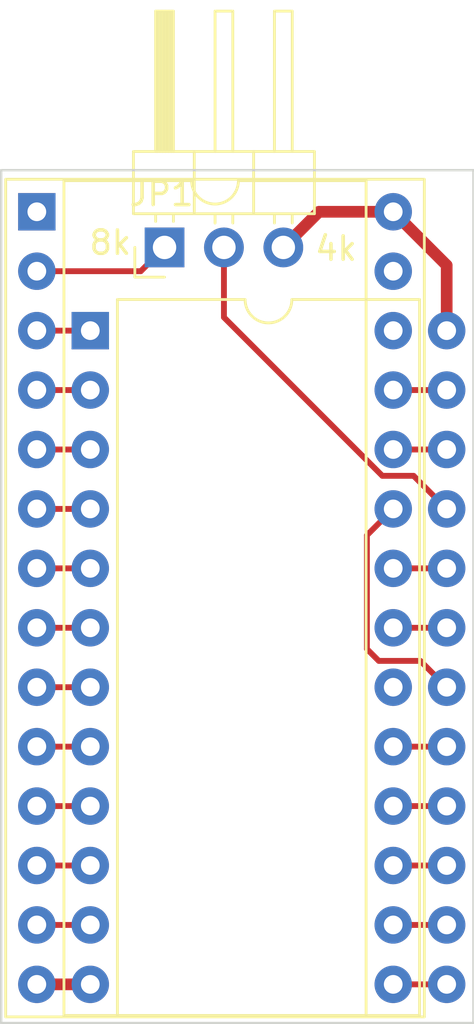
<source format=kicad_pcb>
(kicad_pcb (version 20221018) (generator pcbnew)
  (layers (0 "F.Cu" signal) (31 "B.Cu" signal) (34 "B.Paste" user) (35 "F.Paste" user) (36 "B.SilkS" user "B.Silkscreen") (37 "F.SilkS" user "F.Silkscreen") (38 "B.Mask" user) (39 "F.Mask" user) (44 "Edge.Cuts" user))
  (net 0 "")
  (net 1 "A7")
  (net 2 "A6")
  (net 3 "A5")
  (net 4 "A4")
  (net 5 "A3")
  (net 6 "A2")
  (net 7 "A1")
  (net 8 "A0")
  (net 9 "D0")
  (net 10 "D1")
  (net 11 "D2")
  (net 12 "GND")
  (net 13 "D3")
  (net 14 "D4")
  (net 15 "D5")
  (net 16 "D6")
  (net 17 "D7")
  (net 18 "A11")
  (net 19 "A10")
  (net 20 "~{OE}")
  (net 21 "A12")
  (net 22 "A9")
  (net 23 "A8")
  (net 24 "+5V")
  (net 29 "RA12")
  (footprint "Connector_PinHeader_2.54mm:PinHeader_1x03_P2.54mm_Horizontal" (layer "F.Cu") (at 119.38 59.563 90)
    (fp_text reference "JP1" (at 2.286 -0.127) (layer "F.SilkS"))
    (fp_text value "2364/2332" hide)
    (fp_line (start -1.27 -1.27) (end 0 -1.27) (stroke (width 0.12)) (layer "F.SilkS"))
    (fp_line (start -1.27 0) (end -1.27 -1.27) (stroke (width 0.12)) (layer "F.SilkS"))
    (fp_line (start 1.042929 2.16) (end 1.44 2.16) (stroke (width 0.12)) (layer "F.SilkS"))
    (fp_line (start 1.042929 2.92) (end 1.44 2.92) (stroke (width 0.12)) (layer "F.SilkS"))
    (fp_line (start 1.042929 4.7) (end 1.44 4.7) (stroke (width 0.12)) (layer "F.SilkS"))
    (fp_line (start 1.042929 5.46) (end 1.44 5.46) (stroke (width 0.12)) (layer "F.SilkS"))
    (fp_line (start 1.11 -0.38) (end 1.44 -0.38) (stroke (width 0.12)) (layer "F.SilkS"))
    (fp_line (start 1.11 0.38) (end 1.44 0.38) (stroke (width 0.12)) (layer "F.SilkS"))
    (fp_line (start 1.44 -1.33) (end 1.44 6.41) (stroke (width 0.12)) (layer "F.SilkS"))
    (fp_line (start 1.44 1.27) (end 4.1 1.27) (stroke (width 0.12)) (layer "F.SilkS"))
    (fp_line (start 1.44 3.81) (end 4.1 3.81) (stroke (width 0.12)) (layer "F.SilkS"))
    (fp_line (start 1.44 6.41) (end 4.1 6.41) (stroke (width 0.12)) (layer "F.SilkS"))
    (fp_line (start 4.1 -1.33) (end 1.44 -1.33) (stroke (width 0.12)) (layer "F.SilkS"))
    (fp_line (start 4.1 -0.38) (end 10.1 -0.38) (stroke (width 0.12)) (layer "F.SilkS"))
    (fp_line (start 4.1 -0.32) (end 10.1 -0.32) (stroke (width 0.12)) (layer "F.SilkS"))
    (fp_line (start 4.1 -0.2) (end 10.1 -0.2) (stroke (width 0.12)) (layer "F.SilkS"))
    (fp_line (start 4.1 -0.08) (end 10.1 -0.08) (stroke (width 0.12)) (layer "F.SilkS"))
    (fp_line (start 4.1 0.04) (end 10.1 0.04) (stroke (width 0.12)) (layer "F.SilkS"))
    (fp_line (start 4.1 0.16) (end 10.1 0.16) (stroke (width 0.12)) (layer "F.SilkS"))
    (fp_line (start 4.1 0.28) (end 10.1 0.28) (stroke (width 0.12)) (layer "F.SilkS"))
    (fp_line (start 4.1 2.16) (end 10.1 2.16) (stroke (width 0.12)) (layer "F.SilkS"))
    (fp_line (start 4.1 4.7) (end 10.1 4.7) (stroke (width 0.12)) (layer "F.SilkS"))
    (fp_line (start 4.1 6.41) (end 4.1 -1.33) (stroke (width 0.12)) (layer "F.SilkS"))
    (fp_line (start 10.1 -0.38) (end 10.1 0.38) (stroke (width 0.12)) (layer "F.SilkS"))
    (fp_line (start 10.1 0.38) (end 4.1 0.38) (stroke (width 0.12)) (layer "F.SilkS"))
    (fp_line (start 10.1 2.16) (end 10.1 2.92) (stroke (width 0.12)) (layer "F.SilkS"))
    (fp_line (start 10.1 2.92) (end 4.1 2.92) (stroke (width 0.12)) (layer "F.SilkS"))
    (fp_line (start 10.1 4.7) (end 10.1 5.46) (stroke (width 0.12)) (layer "F.SilkS"))
    (fp_line (start 10.1 5.46) (end 4.1 5.46) (stroke (width 0.12)) (layer "F.SilkS"))
    (pad "1" thru_hole rect (at 0 0 90) (size 1.7 1.7) (drill 1) (layers "*.Cu" "*.Mask") (net 21 "A12"))
    (pad "2" thru_hole oval (at 0 2.54 90) (size 1.7 1.7) (drill 1) (layers "*.Cu" "*.Mask") (net 29 "RA12"))
    (pad "3" thru_hole oval (at 0 5.08 90) (size 1.7 1.7) (drill 1) (layers "*.Cu" "*.Mask") (net 24 "+5V"))
  )
  (footprint "Package_DIP:DIP-28_W15.24mm_Socket" (layer "F.Cu") (at 113.919 58.039)
    (fp_text reference "U2" hide)
    (fp_text value "27C64" hide)
    (fp_line (start -1.33 -1.39) (end -1.33 34.41) (stroke (width 0.12)) (layer "F.SilkS"))
    (fp_line (start -1.33 34.41) (end 16.57 34.41) (stroke (width 0.12)) (layer "F.SilkS"))
    (fp_line (start 1.16 -1.33) (end 1.16 34.35) (stroke (width 0.12)) (layer "F.SilkS"))
    (fp_line (start 1.16 34.35) (end 14.08 34.35) (stroke (width 0.12)) (layer "F.SilkS"))
    (fp_line (start 6.62 -1.33) (end 1.16 -1.33) (stroke (width 0.12)) (layer "F.SilkS"))
    (fp_line (start 14.08 -1.33) (end 8.62 -1.33) (stroke (width 0.12)) (layer "F.SilkS"))
    (fp_line (start 14.08 34.35) (end 14.08 -1.33) (stroke (width 0.12)) (layer "F.SilkS"))
    (fp_line (start 16.57 -1.39) (end -1.33 -1.39) (stroke (width 0.12)) (layer "F.SilkS"))
    (fp_line (start 16.57 34.41) (end 16.57 -1.39) (stroke (width 0.12)) (layer "F.SilkS"))
    (fp_arc (start 8.62 -1.33) (mid 7.62 -0.33) (end 6.62 -1.33) (stroke (width 0.12)) (layer "F.SilkS"))
    (pad "1" thru_hole rect (at 0 0) (size 1.6 1.6) (drill 0.8) (layers "*.Cu" "*.Mask"))
    (pad "2" thru_hole oval (at 0 2.54) (size 1.6 1.6) (drill 0.8) (layers "*.Cu" "*.Mask") (net 21 "A12"))
    (pad "3" thru_hole oval (at 0 5.08) (size 1.6 1.6) (drill 0.8) (layers "*.Cu" "*.Mask") (net 1 "A7"))
    (pad "4" thru_hole oval (at 0 7.62) (size 1.6 1.6) (drill 0.8) (layers "*.Cu" "*.Mask") (net 2 "A6"))
    (pad "5" thru_hole oval (at 0 10.16) (size 1.6 1.6) (drill 0.8) (layers "*.Cu" "*.Mask") (net 3 "A5"))
    (pad "6" thru_hole oval (at 0 12.7) (size 1.6 1.6) (drill 0.8) (layers "*.Cu" "*.Mask") (net 4 "A4"))
    (pad "7" thru_hole oval (at 0 15.24) (size 1.6 1.6) (drill 0.8) (layers "*.Cu" "*.Mask") (net 5 "A3"))
    (pad "8" thru_hole oval (at 0 17.78) (size 1.6 1.6) (drill 0.8) (layers "*.Cu" "*.Mask") (net 6 "A2"))
    (pad "9" thru_hole oval (at 0 20.32) (size 1.6 1.6) (drill 0.8) (layers "*.Cu" "*.Mask") (net 7 "A1"))
    (pad "10" thru_hole oval (at 0 22.86) (size 1.6 1.6) (drill 0.8) (layers "*.Cu" "*.Mask") (net 8 "A0"))
    (pad "11" thru_hole oval (at 0 25.4) (size 1.6 1.6) (drill 0.8) (layers "*.Cu" "*.Mask") (net 9 "D0"))
    (pad "12" thru_hole oval (at 0 27.94) (size 1.6 1.6) (drill 0.8) (layers "*.Cu" "*.Mask") (net 10 "D1"))
    (pad "13" thru_hole oval (at 0 30.48) (size 1.6 1.6) (drill 0.8) (layers "*.Cu" "*.Mask") (net 11 "D2"))
    (pad "14" thru_hole oval (at 0 33.02) (size 1.6 1.6) (drill 0.8) (layers "*.Cu" "*.Mask") (net 12 "GND"))
    (pad "15" thru_hole oval (at 15.24 33.02) (size 1.6 1.6) (drill 0.8) (layers "*.Cu" "*.Mask") (net 13 "D3"))
    (pad "16" thru_hole oval (at 15.24 30.48) (size 1.6 1.6) (drill 0.8) (layers "*.Cu" "*.Mask") (net 14 "D4"))
    (pad "17" thru_hole oval (at 15.24 27.94) (size 1.6 1.6) (drill 0.8) (layers "*.Cu" "*.Mask") (net 15 "D5"))
    (pad "18" thru_hole oval (at 15.24 25.4) (size 1.6 1.6) (drill 0.8) (layers "*.Cu" "*.Mask") (net 16 "D6"))
    (pad "19" thru_hole oval (at 15.24 22.86) (size 1.6 1.6) (drill 0.8) (layers "*.Cu" "*.Mask") (net 17 "D7"))
    (pad "20" thru_hole oval (at 15.24 20.32) (size 1.6 1.6) (drill 0.8) (layers "*.Cu" "*.Mask"))
    (pad "21" thru_hole oval (at 15.24 17.78) (size 1.6 1.6) (drill 0.8) (layers "*.Cu" "*.Mask") (net 19 "A10"))
    (pad "22" thru_hole oval (at 15.24 15.24) (size 1.6 1.6) (drill 0.8) (layers "*.Cu" "*.Mask") (net 20 "~{OE}"))
    (pad "23" thru_hole oval (at 15.24 12.7) (size 1.6 1.6) (drill 0.8) (layers "*.Cu" "*.Mask") (net 18 "A11"))
    (pad "24" thru_hole oval (at 15.24 10.16) (size 1.6 1.6) (drill 0.8) (layers "*.Cu" "*.Mask") (net 22 "A9"))
    (pad "25" thru_hole oval (at 15.24 7.62) (size 1.6 1.6) (drill 0.8) (layers "*.Cu" "*.Mask") (net 23 "A8"))
    (pad "26" thru_hole oval (at 15.24 5.08) (size 1.6 1.6) (drill 0.8) (layers "*.Cu" "*.Mask"))
    (pad "27" thru_hole oval (at 15.24 2.54) (size 1.6 1.6) (drill 0.8) (layers "*.Cu" "*.Mask"))
    (pad "28" thru_hole oval (at 15.24 0) (size 1.6 1.6) (drill 0.8) (layers "*.Cu" "*.Mask") (net 24 "+5V"))
  )
  (footprint "Package_DIP:DIP-24_W15.24mm" (layer "F.Cu") (at 116.205 63.119)
    (fp_text reference "U1" hide)
    (fp_text value "2364" hide)
    (fp_line (start 1.16 -1.33) (end 1.16 29.27) (stroke (width 0.12)) (layer "F.SilkS"))
    (fp_line (start 1.16 29.27) (end 14.08 29.27) (stroke (width 0.12)) (layer "F.SilkS"))
    (fp_line (start 6.62 -1.33) (end 1.16 -1.33) (stroke (width 0.12)) (layer "F.SilkS"))
    (fp_line (start 14.08 -1.33) (end 8.62 -1.33) (stroke (width 0.12)) (layer "F.SilkS"))
    (fp_line (start 14.08 29.27) (end 14.08 -1.33) (stroke (width 0.12)) (layer "F.SilkS"))
    (fp_arc (start 8.62 -1.33) (mid 7.62 -0.33) (end 6.62 -1.33) (stroke (width 0.12)) (layer "F.SilkS"))
    (pad "1" thru_hole rect (at 0 0) (size 1.6 1.6) (drill 0.8) (layers "*.Cu" "*.Mask") (net 1 "A7"))
    (pad "2" thru_hole oval (at 0 2.54) (size 1.6 1.6) (drill 0.8) (layers "*.Cu" "*.Mask") (net 2 "A6"))
    (pad "3" thru_hole oval (at 0 5.08) (size 1.6 1.6) (drill 0.8) (layers "*.Cu" "*.Mask") (net 3 "A5"))
    (pad "4" thru_hole oval (at 0 7.62) (size 1.6 1.6) (drill 0.8) (layers "*.Cu" "*.Mask") (net 4 "A4"))
    (pad "5" thru_hole oval (at 0 10.16) (size 1.6 1.6) (drill 0.8) (layers "*.Cu" "*.Mask") (net 5 "A3"))
    (pad "6" thru_hole oval (at 0 12.7) (size 1.6 1.6) (drill 0.8) (layers "*.Cu" "*.Mask") (net 6 "A2"))
    (pad "7" thru_hole oval (at 0 15.24) (size 1.6 1.6) (drill 0.8) (layers "*.Cu" "*.Mask") (net 7 "A1"))
    (pad "8" thru_hole oval (at 0 17.78) (size 1.6 1.6) (drill 0.8) (layers "*.Cu" "*.Mask") (net 8 "A0"))
    (pad "9" thru_hole oval (at 0 20.32) (size 1.6 1.6) (drill 0.8) (layers "*.Cu" "*.Mask") (net 9 "D0"))
    (pad "10" thru_hole oval (at 0 22.86) (size 1.6 1.6) (drill 0.8) (layers "*.Cu" "*.Mask") (net 10 "D1"))
    (pad "11" thru_hole oval (at 0 25.4) (size 1.6 1.6) (drill 0.8) (layers "*.Cu" "*.Mask") (net 11 "D2"))
    (pad "12" thru_hole oval (at 0 27.94) (size 1.6 1.6) (drill 0.8) (layers "*.Cu" "*.Mask") (net 12 "GND"))
    (pad "13" thru_hole oval (at 15.24 27.94) (size 1.6 1.6) (drill 0.8) (layers "*.Cu" "*.Mask") (net 13 "D3"))
    (pad "14" thru_hole oval (at 15.24 25.4) (size 1.6 1.6) (drill 0.8) (layers "*.Cu" "*.Mask") (net 14 "D4"))
    (pad "15" thru_hole oval (at 15.24 22.86) (size 1.6 1.6) (drill 0.8) (layers "*.Cu" "*.Mask") (net 15 "D5"))
    (pad "16" thru_hole oval (at 15.24 20.32) (size 1.6 1.6) (drill 0.8) (layers "*.Cu" "*.Mask") (net 16 "D6"))
    (pad "17" thru_hole oval (at 15.24 17.78) (size 1.6 1.6) (drill 0.8) (layers "*.Cu" "*.Mask") (net 17 "D7"))
    (pad "18" thru_hole oval (at 15.24 15.24) (size 1.6 1.6) (drill 0.8) (layers "*.Cu" "*.Mask") (net 18 "A11"))
    (pad "19" thru_hole oval (at 15.24 12.7) (size 1.6 1.6) (drill 0.8) (layers "*.Cu" "*.Mask") (net 19 "A10"))
    (pad "20" thru_hole oval (at 15.24 10.16) (size 1.6 1.6) (drill 0.8) (layers "*.Cu" "*.Mask") (net 20 "~{OE}"))
    (pad "21" thru_hole oval (at 15.24 7.62) (size 1.6 1.6) (drill 0.8) (layers "*.Cu" "*.Mask") (net 29 "RA12"))
    (pad "22" thru_hole oval (at 15.24 5.08) (size 1.6 1.6) (drill 0.8) (layers "*.Cu" "*.Mask") (net 22 "A9"))
    (pad "23" thru_hole oval (at 15.24 2.54) (size 1.6 1.6) (drill 0.8) (layers "*.Cu" "*.Mask") (net 23 "A8"))
    (pad "24" thru_hole oval (at 15.24 0) (size 1.6 1.6) (drill 0.8) (layers "*.Cu" "*.Mask") (net 24 "+5V"))
  )
  (gr_line (start 132.588 56.261) (end 132.588 92.71) (stroke (width 0.1)) (layer "Edge.Cuts"))
  (gr_line (start 132.588 92.71) (end 112.395 92.71) (stroke (width 0.1)) (layer "Edge.Cuts"))
  (gr_line (start 112.395 92.71) (end 112.395 56.261) (stroke (width 0.1)) (layer "Edge.Cuts"))
  (gr_line (start 112.395 56.261) (end 132.588 56.261) (stroke (width 0.1)) (layer "Edge.Cuts"))
  (gr_text "8k" (at 116.078 59.944) (layer "F.SilkS") (effects (font (size 1 1)) (justify left bottom)))
  (gr_text "4k" (at 125.73 60.198) (layer "F.SilkS") (effects (font (size 1 1)) (justify left bottom)))
  (segment (start 113.919 63.119) (end 116.205 63.119) (width 0.25) (layer "F.Cu") (net 1))
  (segment (start 113.919 65.659) (end 116.205 65.659) (width 0.25) (layer "F.Cu") (net 2))
  (segment (start 116.205 68.199) (end 113.919 68.199) (width 0.25) (layer "F.Cu") (net 3))
  (segment (start 113.919 70.739) (end 116.205 70.739) (width 0.25) (layer "F.Cu") (net 4))
  (segment (start 113.919 73.279) (end 116.205 73.279) (width 0.25) (layer "F.Cu") (net 5))
  (segment (start 113.919 75.819) (end 116.205 75.819) (width 0.25) (layer "F.Cu") (net 6))
  (segment (start 113.919 78.359) (end 116.205 78.359) (width 0.25) (layer "F.Cu") (net 7))
  (segment (start 113.919 80.899) (end 116.205 80.899) (width 0.25) (layer "F.Cu") (net 8))
  (segment (start 116.205 83.439) (end 113.919 83.439) (width 0.25) (layer "F.Cu") (net 9))
  (segment (start 116.205 85.979) (end 113.919 85.979) (width 0.25) (layer "F.Cu") (net 10))
  (segment (start 113.919 88.519) (end 116.205 88.519) (width 0.25) (layer "F.Cu") (net 11))
  (segment (start 113.919 91.059) (end 116.205 91.059) (width 0.5) (layer "F.Cu") (net 12))
  (segment (start 129.159 91.059) (end 131.445 91.059) (width 0.25) (layer "F.Cu") (net 13))
  (segment (start 131.445 88.519) (end 129.159 88.519) (width 0.25) (layer "F.Cu") (net 14))
  (segment (start 129.159 85.979) (end 131.445 85.979) (width 0.25) (layer "F.Cu") (net 15))
  (segment (start 131.445 83.439) (end 129.159 83.439) (width 0.25) (layer "F.Cu") (net 16))
  (segment (start 129.159 80.899) (end 131.445 80.899) (width 0.25) (layer "F.Cu") (net 17))
  (segment (start 130.32 77.234) (end 131.445 78.359) (width 0.25) (layer "F.Cu") (net 18))
  (segment (start 129.159 70.739) (end 128.034 71.864) (width 0.25) (layer "F.Cu") (net 18))
  (segment (start 128.542 77.234) (end 130.32 77.234) (width 0.25) (layer "F.Cu") (net 18))
  (segment (start 128.034 71.864) (end 128.034 76.726) (width 0.25) (layer "F.Cu") (net 18))
  (segment (start 128.034 76.726) (end 128.542 77.234) (width 0.25) (layer "F.Cu") (net 18))
  (segment (start 129.159 75.819) (end 131.445 75.819) (width 0.25) (layer "F.Cu") (net 19))
  (segment (start 129.159 73.279) (end 131.445 73.279) (width 0.25) (layer "F.Cu") (net 20))
  (segment (start 118.364 60.579) (end 119.38 59.563) (width 0.25) (layer "F.Cu") (net 21))
  (segment (start 113.919 60.579) (end 118.364 60.579) (width 0.25) (layer "F.Cu") (net 21))
  (segment (start 129.159 68.199) (end 131.445 68.199) (width 0.25) (layer "F.Cu") (net 22))
  (segment (start 129.159 65.659) (end 131.445 65.659) (width 0.25) (layer "F.Cu") (net 23))
  (segment (start 129.159 58.039) (end 125.984 58.039) (width 0.5) (layer "F.Cu") (net 24))
  (segment (start 129.159 58.039) (end 131.445 60.325) (width 0.5) (layer "F.Cu") (net 24))
  (segment (start 125.984 58.039) (end 124.46 59.563) (width 0.5) (layer "F.Cu") (net 24))
  (segment (start 131.445 60.325) (end 131.445 63.119) (width 0.5) (layer "F.Cu") (net 24))
  (segment (start 128.693009 69.324) (end 121.92 62.550991) (width 0.25) (layer "F.Cu") (net 29))
  (segment (start 121.92 62.550991) (end 121.92 59.563) (width 0.25) (layer "F.Cu") (net 29))
  (segment (start 131.445 70.739) (end 130.03 69.324) (width 0.25) (layer "F.Cu") (net 29))
  (segment (start 130.03 69.324) (end 128.693009 69.324) (width 0.25) (layer "F.Cu") (net 29))
)
</source>
